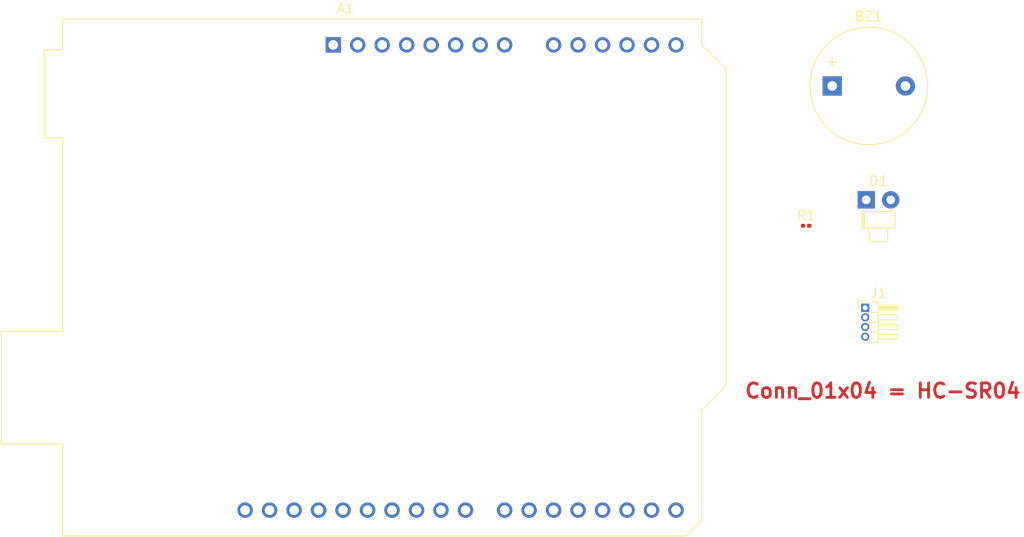
<source format=kicad_pcb>
(kicad_pcb (version 20241229) (generator "pcbnew") (generator_version "9.0")
  (layers (0 "F.Cu" signal) (2 "B.Cu" signal) (13 "F.Paste" user) (15 "B.Paste" user) (5 "F.SilkS" user "F.Silkscreen") (7 "B.SilkS" user "B.Silkscreen") (1 "F.Mask" user) (3 "B.Mask" user) (25 "Edge.Cuts" user))
  (net 0 "")
  (net 4 "Net-(A1-D10)")
  (net 5 "Net-(A1-+5V)")
  (net 8 "Net-(J1-Pin_4)")
  (net 11 "Net-(A1-D11)")
  (net 13 "Net-(A1-D9)")
  (net 19 "Net-(D1-A)")
  (net 31 "Net-(BZ1--)")
  (net 32 "Net-(A1-D13)")
  (net 33 "Net-(D1-K)")
  (footprint "Buzzer_Beeper:Buzzer_12x9.5RM7.6" (layer "F.Cu") (at 178.7 55)
    (property "Reference" "BZ1" (at 3.8 -7.2 0) (layer "F.SilkS"))
    (property "Value" "Buzzer")
    (fp_circle (center 3.8 0) (end 9.9 0) (stroke (width 0.12)) (fill no) (layer "F.SilkS"))
    (fp_text user "+" (at -0.01 -2.54 0) (layer "F.SilkS"))
    (pad "1" thru_hole rect (at 0 0) (size 2 2) (drill 1) (layers "*.Cu" "*.Mask") (net 11 "Net-(A1-D11)"))
    (pad "2" thru_hole circle (at 7.6 0) (size 2 2) (drill 1) (layers "*.Cu" "*.Mask") (net 31 "Net-(BZ1--)"))
  )
  (footprint "Connector_PinHeader_1.00mm:PinHeader_1x04_P1.00mm_Horizontal" (layer "F.Cu") (at 182.125 78)
    (property "Reference" "J1" (at 1.375 -1.5 0) (layer "F.SilkS"))
    (property "Value" "Conn_01x04")
    (fp_line (start -0.735 -0.735) (end 0 -0.735) (stroke (width 0.12)) (layer "F.SilkS"))
    (fp_line (start -0.735 0) (end -0.735 -0.735) (stroke (width 0.12)) (layer "F.SilkS"))
    (fp_line (start 0.538725 1.5) (end 1.36 1.5) (stroke (width 0.12)) (layer "F.SilkS"))
    (fp_line (start 0.538725 2.5) (end 1.36 2.5) (stroke (width 0.12)) (layer "F.SilkS"))
    (fp_line (start 0.735 -0.61) (end 1.36 -0.61) (stroke (width 0.12)) (layer "F.SilkS"))
    (fp_line (start 0.735 0.5) (end 1.36 0.5) (stroke (width 0.12)) (layer "F.SilkS"))
    (fp_line (start 1.36 -0.61) (end 1.36 3.61) (stroke (width 0.12)) (layer "F.SilkS"))
    (fp_line (start 1.36 0.74) (end 3.36 0.74) (stroke (width 0.12)) (layer "F.SilkS"))
    (fp_line (start 1.36 1.74) (end 3.36 1.74) (stroke (width 0.12)) (layer "F.SilkS"))
    (fp_line (start 1.36 2.74) (end 3.36 2.74) (stroke (width 0.12)) (layer "F.SilkS"))
    (fp_line (start 1.36 3.61) (end 0.41003 3.61) (stroke (width 0.12)) (layer "F.SilkS"))
    (fp_line (start 3.36 0.74) (end 3.36 1.26) (stroke (width 0.12)) (layer "F.SilkS"))
    (fp_line (start 3.36 1.26) (end 1.36 1.26) (stroke (width 0.12)) (layer "F.SilkS"))
    (fp_line (start 3.36 1.74) (end 3.36 2.26) (stroke (width 0.12)) (layer "F.SilkS"))
    (fp_line (start 3.36 2.26) (end 1.36 2.26) (stroke (width 0.12)) (layer "F.SilkS"))
    (fp_line (start 3.36 2.74) (end 3.36 3.26) (stroke (width 0.12)) (layer "F.SilkS"))
    (fp_line (start 3.36 3.26) (end 1.36 3.26) (stroke (width 0.12)) (layer "F.SilkS"))
    (fp_rect (start 1.36 -0.26) (end 3.36 0.26) (stroke (width 0.12)) (fill yes) (layer "F.SilkS"))
    (pad "1" thru_hole rect (at 0 0) (size 0.85 0.85) (drill 0.5) (layers "*.Cu" "*.Mask") (net 4 "Net-(A1-D10)"))
    (pad "2" thru_hole circle (at 0 1) (size 0.85 0.85) (drill 0.5) (layers "*.Cu" "*.Mask") (net 13 "Net-(A1-D9)"))
    (pad "3" thru_hole circle (at 0 2) (size 0.85 0.85) (drill 0.5) (layers "*.Cu" "*.Mask") (net 5 "Net-(A1-+5V)"))
    (pad "4" thru_hole circle (at 0 3) (size 0.85 0.85) (drill 0.5) (layers "*.Cu" "*.Mask") (net 8 "Net-(J1-Pin_4)"))
  )
  (footprint "Module:Arduino_UNO_R3" (layer "F.Cu") (at 126.94 50.74)
    (property "Reference" "A1" (at 1.27 -3.81 180) (layer "F.SilkS"))
    (property "Value" "Arduino_UNO_R3")
    (fp_line (start -34.42 29.72) (end -34.42 41.4) (stroke (width 0.12)) (layer "F.SilkS"))
    (fp_line (start -34.42 41.4) (end -28.07 41.4) (stroke (width 0.12)) (layer "F.SilkS"))
    (fp_line (start -29.97 0.51) (end -29.97 9.65) (stroke (width 0.12)) (layer "F.SilkS"))
    (fp_line (start -29.97 9.65) (end -28.07 9.65) (stroke (width 0.12)) (layer "F.SilkS"))
    (fp_line (start -28.07 -2.67) (end -28.07 0.51) (stroke (width 0.12)) (layer "F.SilkS"))
    (fp_line (start -28.07 0.51) (end -29.97 0.51) (stroke (width 0.12)) (layer "F.SilkS"))
    (fp_line (start -28.07 9.65) (end -28.07 29.72) (stroke (width 0.12)) (layer "F.SilkS"))
    (fp_line (start -28.07 29.72) (end -34.42 29.72) (stroke (width 0.12)) (layer "F.SilkS"))
    (fp_line (start -28.07 41.4) (end -28.07 50.93) (stroke (width 0.12)) (layer "F.SilkS"))
    (fp_line (start -28.07 50.93) (end 36.58 50.93) (stroke (width 0.12)) (layer "F.SilkS"))
    (fp_line (start 36.58 50.93) (end 38.23 49.28) (stroke (width 0.12)) (layer "F.SilkS"))
    (fp_line (start 38.23 -2.67) (end -28.07 -2.67) (stroke (width 0.12)) (layer "F.SilkS"))
    (fp_line (start 38.23 0) (end 38.23 -2.67) (stroke (width 0.12)) (layer "F.SilkS"))
    (fp_line (start 38.23 37.85) (end 40.77 35.31) (stroke (width 0.12)) (layer "F.SilkS"))
    (fp_line (start 38.23 49.28) (end 38.23 37.85) (stroke (width 0.12)) (layer "F.SilkS"))
    (fp_line (start 40.77 2.54) (end 38.23 0) (stroke (width 0.12)) (layer "F.SilkS"))
    (fp_line (start 40.77 35.31) (end 40.77 2.54) (stroke (width 0.12)) (layer "F.SilkS"))
    (pad "1" thru_hole rect (at 0 0 90) (size 1.6 1.6) (drill 1) (layers "*.Cu" "*.Mask"))
    (pad "2" thru_hole oval (at 2.54 0 90) (size 1.6 1.6) (drill 1) (layers "*.Cu" "*.Mask"))
    (pad "3" thru_hole oval (at 5.08 0 90) (size 1.6 1.6) (drill 1) (layers "*.Cu" "*.Mask"))
    (pad "4" thru_hole oval (at 7.62 0 90) (size 1.6 1.6) (drill 1) (layers "*.Cu" "*.Mask"))
    (pad "5" thru_hole oval (at 10.16 0 90) (size 1.6 1.6) (drill 1) (layers "*.Cu" "*.Mask") (net 5 "Net-(A1-+5V)"))
    (pad "6" thru_hole oval (at 12.7 0 90) (size 1.6 1.6) (drill 1) (layers "*.Cu" "*.Mask") (net 31 "Net-(BZ1--)"))
    (pad "7" thru_hole oval (at 15.24 0 90) (size 1.6 1.6) (drill 1) (layers "*.Cu" "*.Mask") (net 8 "Net-(J1-Pin_4)"))
    (pad "8" thru_hole oval (at 17.78 0 90) (size 1.6 1.6) (drill 1) (layers "*.Cu" "*.Mask"))
    (pad "9" thru_hole oval (at 22.86 0 90) (size 1.6 1.6) (drill 1) (layers "*.Cu" "*.Mask"))
    (pad "10" thru_hole oval (at 25.4 0 90) (size 1.6 1.6) (drill 1) (layers "*.Cu" "*.Mask"))
    (pad "11" thru_hole oval (at 27.94 0 90) (size 1.6 1.6) (drill 1) (layers "*.Cu" "*.Mask"))
    (pad "12" thru_hole oval (at 30.48 0 90) (size 1.6 1.6) (drill 1) (layers "*.Cu" "*.Mask"))
    (pad "13" thru_hole oval (at 33.02 0 90) (size 1.6 1.6) (drill 1) (layers "*.Cu" "*.Mask"))
    (pad "14" thru_hole oval (at 35.56 0 90) (size 1.6 1.6) (drill 1) (layers "*.Cu" "*.Mask"))
    (pad "15" thru_hole oval (at 35.56 48.26 90) (size 1.6 1.6) (drill 1) (layers "*.Cu" "*.Mask"))
    (pad "16" thru_hole oval (at 33.02 48.26 90) (size 1.6 1.6) (drill 1) (layers "*.Cu" "*.Mask"))
    (pad "17" thru_hole oval (at 30.48 48.26 90) (size 1.6 1.6) (drill 1) (layers "*.Cu" "*.Mask"))
    (pad "18" thru_hole oval (at 27.94 48.26 90) (size 1.6 1.6) (drill 1) (layers "*.Cu" "*.Mask"))
    (pad "19" thru_hole oval (at 25.4 48.26 90) (size 1.6 1.6) (drill 1) (layers "*.Cu" "*.Mask"))
    (pad "20" thru_hole oval (at 22.86 48.26 90) (size 1.6 1.6) (drill 1) (layers "*.Cu" "*.Mask"))
    (pad "21" thru_hole oval (at 20.32 48.26 90) (size 1.6 1.6) (drill 1) (layers "*.Cu" "*.Mask"))
    (pad "22" thru_hole oval (at 17.78 48.26 90) (size 1.6 1.6) (drill 1) (layers "*.Cu" "*.Mask"))
    (pad "23" thru_hole oval (at 13.72 48.26 90) (size 1.6 1.6) (drill 1) (layers "*.Cu" "*.Mask"))
    (pad "24" thru_hole oval (at 11.18 48.26 90) (size 1.6 1.6) (drill 1) (layers "*.Cu" "*.Mask") (net 13 "Net-(A1-D9)"))
    (pad "25" thru_hole oval (at 8.64 48.26 90) (size 1.6 1.6) (drill 1) (layers "*.Cu" "*.Mask") (net 4 "Net-(A1-D10)"))
    (pad "26" thru_hole oval (at 6.1 48.26 90) (size 1.6 1.6) (drill 1) (layers "*.Cu" "*.Mask") (net 11 "Net-(A1-D11)"))
    (pad "27" thru_hole oval (at 3.56 48.26 90) (size 1.6 1.6) (drill 1) (layers "*.Cu" "*.Mask"))
    (pad "28" thru_hole oval (at 1.02 48.26 90) (size 1.6 1.6) (drill 1) (layers "*.Cu" "*.Mask") (net 32 "Net-(A1-D13)"))
    (pad "29" thru_hole oval (at -1.52 48.26 90) (size 1.6 1.6) (drill 1) (layers "*.Cu" "*.Mask") (net 19 "Net-(D1-A)"))
    (pad "30" thru_hole oval (at -4.06 48.26 90) (size 1.6 1.6) (drill 1) (layers "*.Cu" "*.Mask"))
    (pad "31" thru_hole oval (at -6.6 48.26 90) (size 1.6 1.6) (drill 1) (layers "*.Cu" "*.Mask"))
    (pad "32" thru_hole oval (at -9.14 48.26 90) (size 1.6 1.6) (drill 1) (layers "*.Cu" "*.Mask"))
  )
  (footprint "LED_THT:LED_D1.8mm_W1.8mm_H2.4mm_Horizontal_O1.27mm_Z1.6mm" (layer "F.Cu") (at 182.23 66.815)
    (property "Reference" "D1" (at 1.27 -1.96 0) (layer "F.SilkS"))
    (property "Value" "LED")
    (fp_line (start -0.44 1.21) (end -0.44 2.93) (stroke (width 0.12)) (layer "F.SilkS"))
    (fp_line (start -0.44 2.93) (end 2.98 2.93) (stroke (width 0.12)) (layer "F.SilkS"))
    (fp_line (start -0.32 1.21) (end -0.32 2.93) (stroke (width 0.12)) (layer "F.SilkS"))
    (fp_line (start -0.2 1.21) (end -0.2 2.93) (stroke (width 0.12)) (layer "F.SilkS"))
    (fp_line (start 0 1.08) (end 0 1.08) (stroke (width 0.12)) (layer "F.SilkS"))
    (fp_line (start 0 1.08) (end 0 1.21) (stroke (width 0.12)) (layer "F.SilkS"))
    (fp_line (start 0 1.21) (end 0 1.08) (stroke (width 0.12)) (layer "F.SilkS"))
    (fp_line (start 0 1.21) (end 0 1.21) (stroke (width 0.12)) (layer "F.SilkS"))
    (fp_line (start 0.31 2.93) (end 0.31 4.33) (stroke (width 0.12)) (layer "F.SilkS"))
    (fp_line (start 0.31 4.33) (end 2.23 4.33) (stroke (width 0.12)) (layer "F.SilkS"))
    (fp_line (start 2.23 2.93) (end 0.31 2.93) (stroke (width 0.12)) (layer "F.SilkS"))
    (fp_line (start 2.23 4.33) (end 2.23 2.93) (stroke (width 0.12)) (layer "F.SilkS"))
    (fp_line (start 2.54 1.08) (end 2.54 1.08) (stroke (width 0.12)) (layer "F.SilkS"))
    (fp_line (start 2.54 1.08) (end 2.54 1.21) (stroke (width 0.12)) (layer "F.SilkS"))
    (fp_line (start 2.54 1.21) (end 2.54 1.08) (stroke (width 0.12)) (layer "F.SilkS"))
    (fp_line (start 2.54 1.21) (end 2.54 1.21) (stroke (width 0.12)) (layer "F.SilkS"))
    (fp_line (start 2.98 1.21) (end -0.44 1.21) (stroke (width 0.12)) (layer "F.SilkS"))
    (fp_line (start 2.98 2.93) (end 2.98 1.21) (stroke (width 0.12)) (layer "F.SilkS"))
    (pad "1" thru_hole rect (at 0 0) (size 1.8 1.8) (drill 0.9) (layers "*.Cu" "*.Mask") (net 33 "Net-(D1-K)"))
    (pad "2" thru_hole circle (at 2.54 0) (size 1.8 1.8) (drill 0.9) (layers "*.Cu" "*.Mask") (net 19 "Net-(D1-A)"))
  )
  (footprint "Resistor_SMD:R_0201_0603Metric" (layer "F.Cu") (at 176 69.5)
    (property "Reference" "R1" (at 0 -1.05 0) (layer "F.SilkS"))
    (property "Value" "R")
    (pad "1" smd roundrect (at -0.32 0) (size 0.46 0.4) (layers "F.Cu" "F.Mask") (net 32 "Net-(A1-D13)"))
    (pad "2" smd roundrect (at 0.32 0) (size 0.46 0.4) (layers "F.Cu" "F.Mask") (net 33 "Net-(D1-K)"))
  )
  (gr_text "Conn_01x04 = HC-SR04\n" (at 169.5 87.5 0) (layer "F.Cu") (effects (font (size 1.5 1.5) (thickness 0.3) (bold yes)) (justify left bottom)))
)
</source>
